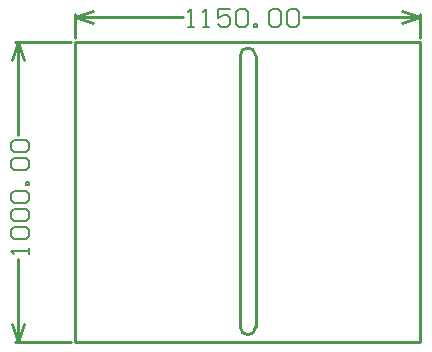
<source format=gm1>
G04*
G04 #@! TF.GenerationSoftware,Altium Limited,Altium Designer,20.2.6 (244)*
G04*
G04 Layer_Color=16711935*
%FSLAX25Y25*%
%MOIN*%
G70*
G04*
G04 #@! TF.SameCoordinates,3D9D0793-F909-40A4-A9C6-13FCBE95DCC9*
G04*
G04*
G04 #@! TF.FilePolarity,Positive*
G04*
G01*
G75*
%ADD10C,0.01000*%
%ADD11C,0.00600*%
D10*
X154950Y105000D02*
G03*
X160049Y105000I2550J0D01*
G01*
Y195500D02*
G03*
X154950Y195500I-2550J0D01*
G01*
X215000Y201500D02*
Y209500D01*
X100000Y201500D02*
Y209500D01*
X175994Y208500D02*
X215000D01*
X100000D02*
X135806D01*
X209000Y210500D02*
X215000Y208500D01*
X209000Y206500D02*
X215000Y208500D01*
X100000D02*
X106000Y206500D01*
X100000Y208500D02*
X106000Y210500D01*
X80000Y200000D02*
X98500D01*
X80000Y100000D02*
X98500D01*
X81000Y168994D02*
Y200000D01*
Y100000D02*
Y127806D01*
X79000Y194000D02*
X81000Y200000D01*
X83000Y194000D01*
X81000Y100000D02*
X83000Y106000D01*
X79000D02*
X81000Y100000D01*
X100000D02*
X215000D01*
Y200000D01*
X100000D02*
X215000D01*
X100000Y100000D02*
Y200000D01*
X154950Y105000D02*
Y195500D01*
X160049Y105000D02*
Y195500D01*
D11*
X137406Y204901D02*
X139405D01*
X138406D01*
Y210899D01*
X137406Y209899D01*
X142404Y204901D02*
X144404D01*
X143404D01*
Y210899D01*
X142404Y209899D01*
X151401Y210899D02*
X147403D01*
Y207900D01*
X149402Y208900D01*
X150402D01*
X151401Y207900D01*
Y205901D01*
X150402Y204901D01*
X148402D01*
X147403Y205901D01*
X153401Y209899D02*
X154401Y210899D01*
X156400D01*
X157399Y209899D01*
Y205901D01*
X156400Y204901D01*
X154401D01*
X153401Y205901D01*
Y209899D01*
X159399Y204901D02*
Y205901D01*
X160398D01*
Y204901D01*
X159399D01*
X164397Y209899D02*
X165397Y210899D01*
X167396D01*
X168396Y209899D01*
Y205901D01*
X167396Y204901D01*
X165397D01*
X164397Y205901D01*
Y209899D01*
X170395D02*
X171395Y210899D01*
X173394D01*
X174394Y209899D01*
Y205901D01*
X173394Y204901D01*
X171395D01*
X170395Y205901D01*
Y209899D01*
X84599Y129406D02*
Y131405D01*
Y130406D01*
X78601D01*
X79601Y129406D01*
Y134405D02*
X78601Y135404D01*
Y137404D01*
X79601Y138403D01*
X83599D01*
X84599Y137404D01*
Y135404D01*
X83599Y134405D01*
X79601D01*
Y140403D02*
X78601Y141402D01*
Y143402D01*
X79601Y144401D01*
X83599D01*
X84599Y143402D01*
Y141402D01*
X83599Y140403D01*
X79601D01*
Y146401D02*
X78601Y147400D01*
Y149400D01*
X79601Y150399D01*
X83599D01*
X84599Y149400D01*
Y147400D01*
X83599Y146401D01*
X79601D01*
X84599Y152399D02*
X83599D01*
Y153398D01*
X84599D01*
Y152399D01*
X79601Y157397D02*
X78601Y158397D01*
Y160396D01*
X79601Y161396D01*
X83599D01*
X84599Y160396D01*
Y158397D01*
X83599Y157397D01*
X79601D01*
Y163395D02*
X78601Y164395D01*
Y166394D01*
X79601Y167394D01*
X83599D01*
X84599Y166394D01*
Y164395D01*
X83599Y163395D01*
X79601D01*
M02*

</source>
